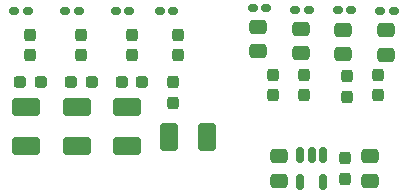
<source format=gbr>
%TF.GenerationSoftware,KiCad,Pcbnew,8.0.1*%
%TF.CreationDate,2024-04-07T09:18:40-04:00*%
%TF.ProjectId,tac5212_audio_board_single_ended,74616335-3231-4325-9f61-7564696f5f62,rev?*%
%TF.SameCoordinates,Original*%
%TF.FileFunction,Paste,Bot*%
%TF.FilePolarity,Positive*%
%FSLAX46Y46*%
G04 Gerber Fmt 4.6, Leading zero omitted, Abs format (unit mm)*
G04 Created by KiCad (PCBNEW 8.0.1) date 2024-04-07 09:18:40*
%MOMM*%
%LPD*%
G01*
G04 APERTURE LIST*
G04 Aperture macros list*
%AMRoundRect*
0 Rectangle with rounded corners*
0 $1 Rounding radius*
0 $2 $3 $4 $5 $6 $7 $8 $9 X,Y pos of 4 corners*
0 Add a 4 corners polygon primitive as box body*
4,1,4,$2,$3,$4,$5,$6,$7,$8,$9,$2,$3,0*
0 Add four circle primitives for the rounded corners*
1,1,$1+$1,$2,$3*
1,1,$1+$1,$4,$5*
1,1,$1+$1,$6,$7*
1,1,$1+$1,$8,$9*
0 Add four rect primitives between the rounded corners*
20,1,$1+$1,$2,$3,$4,$5,0*
20,1,$1+$1,$4,$5,$6,$7,0*
20,1,$1+$1,$6,$7,$8,$9,0*
20,1,$1+$1,$8,$9,$2,$3,0*%
G04 Aperture macros list end*
%ADD10RoundRect,0.237500X0.237500X-0.300000X0.237500X0.300000X-0.237500X0.300000X-0.237500X-0.300000X0*%
%ADD11RoundRect,0.237500X-0.237500X0.287500X-0.237500X-0.287500X0.237500X-0.287500X0.237500X0.287500X0*%
%ADD12RoundRect,0.237500X-0.287500X-0.237500X0.287500X-0.237500X0.287500X0.237500X-0.287500X0.237500X0*%
%ADD13RoundRect,0.237500X0.287500X0.237500X-0.287500X0.237500X-0.287500X-0.237500X0.287500X-0.237500X0*%
%ADD14RoundRect,0.250000X0.475000X-0.337500X0.475000X0.337500X-0.475000X0.337500X-0.475000X-0.337500X0*%
%ADD15RoundRect,0.237500X-0.237500X0.300000X-0.237500X-0.300000X0.237500X-0.300000X0.237500X0.300000X0*%
%ADD16RoundRect,0.160000X0.222500X0.160000X-0.222500X0.160000X-0.222500X-0.160000X0.222500X-0.160000X0*%
%ADD17RoundRect,0.250001X0.924999X-0.499999X0.924999X0.499999X-0.924999X0.499999X-0.924999X-0.499999X0*%
%ADD18RoundRect,0.250001X-0.499999X-0.924999X0.499999X-0.924999X0.499999X0.924999X-0.499999X0.924999X0*%
%ADD19RoundRect,0.160000X-0.222500X-0.160000X0.222500X-0.160000X0.222500X0.160000X-0.222500X0.160000X0*%
%ADD20RoundRect,0.250000X-0.475000X0.337500X-0.475000X-0.337500X0.475000X-0.337500X0.475000X0.337500X0*%
%ADD21RoundRect,0.150000X-0.150000X0.512500X-0.150000X-0.512500X0.150000X-0.512500X0.150000X0.512500X0*%
G04 APERTURE END LIST*
D10*
%TO.C,T\u002AC2*%
X120034314Y-119300000D03*
X120034314Y-117575000D03*
%TD*%
D11*
%TO.C,R20*%
X105500000Y-111125000D03*
X105500000Y-112875000D03*
%TD*%
D12*
%TO.C,R19*%
X101125000Y-111100000D03*
X102875000Y-111100000D03*
%TD*%
D13*
%TO.C,R18*%
X94275000Y-111100000D03*
X92525000Y-111100000D03*
%TD*%
D12*
%TO.C,R17*%
X96825000Y-111100000D03*
X98575000Y-111100000D03*
%TD*%
D10*
%TO.C,C25*%
X105900000Y-108862500D03*
X105900000Y-107137500D03*
%TD*%
%TO.C,C24*%
X102000000Y-108862500D03*
X102000000Y-107137500D03*
%TD*%
%TO.C,C23*%
X93400000Y-108862500D03*
X93400000Y-107137500D03*
%TD*%
%TO.C,C22*%
X97700000Y-108862500D03*
X97700000Y-107137500D03*
%TD*%
D14*
%TO.C,T\u002AC1*%
X122134314Y-119475000D03*
X122134314Y-117400000D03*
%TD*%
D15*
%TO.C,C1011*%
X113900000Y-110537500D03*
X113900000Y-112262500D03*
%TD*%
D16*
%TO.C,D20*%
X104327500Y-105100000D03*
X105472500Y-105100000D03*
%TD*%
D15*
%TO.C,C1012*%
X122800000Y-110537500D03*
X122800000Y-112262500D03*
%TD*%
%TO.C,C1009*%
X120200000Y-110637500D03*
X120200000Y-112362500D03*
%TD*%
D17*
%TO.C,C19*%
X93000000Y-116525000D03*
X93000000Y-113275000D03*
%TD*%
D14*
%TO.C,T\u002AC3*%
X114434314Y-119475000D03*
X114434314Y-117400000D03*
%TD*%
D18*
%TO.C,C21*%
X105100001Y-115800000D03*
X108350001Y-115800000D03*
%TD*%
D19*
%TO.C,D1002*%
X120572500Y-105035000D03*
X119427500Y-105035000D03*
%TD*%
D20*
%TO.C,FB1003*%
X116300000Y-106625000D03*
X116300000Y-108700000D03*
%TD*%
%TO.C,FB1004*%
X112700000Y-106462500D03*
X112700000Y-108537500D03*
%TD*%
D19*
%TO.C,D1005*%
X124172500Y-105082500D03*
X123027500Y-105082500D03*
%TD*%
D21*
%TO.C,U2*%
X116261814Y-117277500D03*
X117211814Y-117277500D03*
X118161814Y-117277500D03*
X118161814Y-119552500D03*
X116261814Y-119552500D03*
%TD*%
D16*
%TO.C,D17*%
X96327500Y-105100000D03*
X97472500Y-105100000D03*
%TD*%
D15*
%TO.C,C1010*%
X116600000Y-110537500D03*
X116600000Y-112262500D03*
%TD*%
D16*
%TO.C,D19*%
X100627500Y-105100000D03*
X101772500Y-105100000D03*
%TD*%
D17*
%TO.C,C18*%
X97300000Y-116525000D03*
X97300000Y-113275000D03*
%TD*%
D16*
%TO.C,D18*%
X92027500Y-105100000D03*
X93172500Y-105100000D03*
%TD*%
D17*
%TO.C,C20*%
X101600000Y-116525000D03*
X101600000Y-113275000D03*
%TD*%
D19*
%TO.C,D1003*%
X116972500Y-105035000D03*
X115827500Y-105035000D03*
%TD*%
D20*
%TO.C,FB1002*%
X119900000Y-106697500D03*
X119900000Y-108772500D03*
%TD*%
%TO.C,FB1001*%
X123500000Y-106735000D03*
X123500000Y-108810000D03*
%TD*%
D19*
%TO.C,D1004*%
X113372500Y-104900000D03*
X112227500Y-104900000D03*
%TD*%
M02*

</source>
